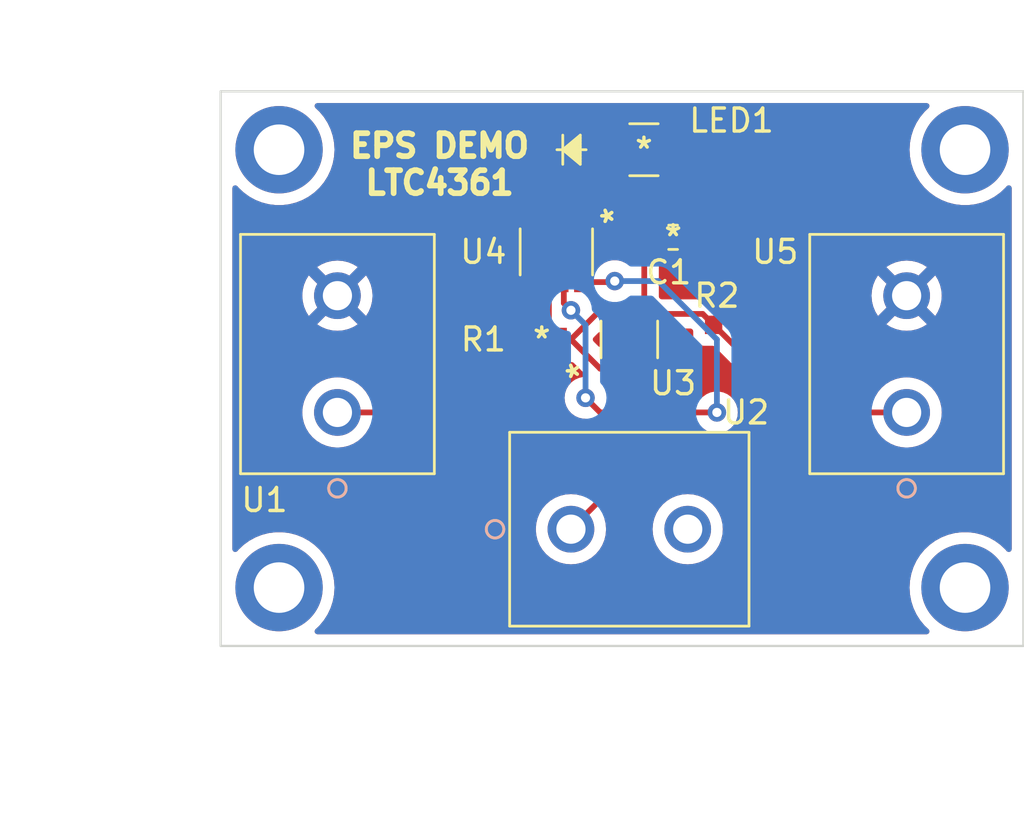
<source format=kicad_pcb>
(kicad_pcb (version 20211014) (generator pcbnew)
  (layers (0 "F.Cu" signal) (31 "B.Cu" signal) (34 "B.Paste" user) (35 "F.Paste" user) (36 "B.SilkS" user "B.Silkscreen") (37 "F.SilkS" user "F.Silkscreen") (38 "B.Mask" user) (39 "F.Mask" user) (44 "Edge.Cuts" user))
  (net 0 "")
  (net 1 "GND")
  (net 2 "Net-(C1-Pad2)")
  (net 3 "Net-(LED1-Pad2)")
  (net 4 "VCC")
  (net 5 "Net-(R1-Pad2)")
  (net 6 "Net-(U2-Pad1)")
  (net 8 "Net-(U3-Pad3)")
  (footprint "MountingHole:MountingHole_2.2mm_M2_DIN965_Pad" (layer "F.Cu") (at 112.395 84.455)
    (fp_text reference "REF**" hide)
    (fp_text value "MountingHole_2.2mm_M2_DIN965_Pad" hide)
    (pad "1" thru_hole circle (at 0 0) (size 3.8 3.8) (drill 2.2) (layers *.Cu *.Mask))
  )
  (footprint "MountingHole:MountingHole_2.2mm_M2_DIN965_Pad" (layer "F.Cu") (at 142.24 103.505)
    (fp_text reference "REF**" hide)
    (fp_text value "MountingHole_2.2mm_M2_DIN965_Pad" hide)
    (pad "1" thru_hole circle (at 0 0) (size 3.8 3.8) (drill 2.2) (layers *.Cu *.Mask))
  )
  (footprint "myfootprints:SI1470DH-T1-E3" (layer "F.Cu") (at 127.635 92.71 90)
    (fp_text reference "U3" (at -1.905 1.905 180) (layer "F.SilkS"))
    (fp_text value "SI1470DH-T1-E3" hide)
    (fp_text user "*" (at -1.36525 -2.1486 90) (layer "F.SilkS"))
    (fp_text user "*" (at -1.36525 -2.1486 90) (layer "F.SilkS"))
    (fp_line (start 0.8001 -1.2319) (end -0.8001 -1.2319) (layer "F.SilkS") (width 0.12))
    (fp_line (start -0.8001 1.2319) (end 0.8001 1.2319) (layer "F.SilkS") (width 0.12))
    (pad "1" smd rect (at -1.11125 -0.649999 90) (size 0.8763 0.3556) (layers "F.Cu" "F.Paste" "F.Mask") (net 5 "Net-(R1-Pad2)"))
    (pad "2" smd rect (at -1.11125 0 90) (size 0.8763 0.3556) (layers "F.Cu" "F.Paste" "F.Mask") (net 5 "Net-(R1-Pad2)"))
    (pad "3" smd rect (at -1.11125 0.649999 90) (size 0.8763 0.3556) (layers "F.Cu" "F.Paste" "F.Mask") (net 8 "Net-(U3-Pad3)"))
    (pad "4" smd rect (at 1.11125 0.649999 90) (size 0.8763 0.3556) (layers "F.Cu" "F.Paste" "F.Mask") (net 2 "Net-(C1-Pad2)"))
    (pad "5" smd rect (at 1.11125 0 90) (size 0.8763 0.3556) (layers "F.Cu" "F.Paste" "F.Mask") (net 5 "Net-(R1-Pad2)"))
    (pad "6" smd rect (at 1.11125 -0.649999 90) (size 0.8763 0.3556) (layers "F.Cu" "F.Paste" "F.Mask") (net 5 "Net-(R1-Pad2)"))
  )
  (footprint "myfootprints:282837-2" (layer "F.Cu") (at 139.7 95.885 90)
    (fp_text reference "U5" (at 6.985 -5.715 180) (layer "F.SilkS"))
    (fp_text value "282837-2" hide)
    (fp_text user "*" (at 0 0 90) (layer "F.SilkS"))
    (fp_circle (center -3.302 0) (end -2.921 0) (layer "B.SilkS") (width 0.12) (fill none))
    (fp_line (start 7.747 4.2164) (end 7.747 -4.2164) (layer "F.SilkS") (width 0.12))
    (fp_line (start -2.667 4.2164) (end 7.747 4.2164) (layer "F.SilkS") (width 0.12))
    (fp_line (start 7.747 -4.2164) (end -2.667 -4.2164) (layer "F.SilkS") (width 0.12))
    (fp_line (start -2.667 -4.2164) (end -2.667 4.2164) (layer "F.SilkS") (width 0.12))
    (fp_circle (center -3.302 0) (end -2.921 0) (layer "F.SilkS") (width 0.12) (fill none))
    (pad "1" thru_hole circle (at 0 0 90) (size 2.032 2.032) (drill 1.27) (layers *.Cu *.Mask) (net 2 "Net-(C1-Pad2)"))
    (pad "2" thru_hole circle (at 5.08 0 90) (size 2.032 2.032) (drill 1.27) (layers *.Cu *.Mask) (net 1 "GND"))
  )
  (footprint "myfootprints:WSL0603R0510FEA" (layer "F.Cu") (at 123.825 92.71)
    (fp_text reference "R1" (at -2.54 0) (layer "F.SilkS"))
    (fp_text value "0.025" hide)
    (fp_text user "*" (at 0 0) (layer "F.SilkS"))
    (pad "1" smd rect (at -0.6731 0) (size 0.8382 1.016) (layers "F.Cu" "F.Paste" "F.Mask") (net 4 "VCC"))
    (pad "2" smd rect (at 0.6731 0) (size 0.8382 1.016) (layers "F.Cu" "F.Paste" "F.Mask") (net 5 "Net-(R1-Pad2)"))
  )
  (footprint "myfootprints:CL10A106MP8NNNC" (layer "F.Cu") (at 129.54 88.265 180)
    (fp_text reference "C1" (at 0.19245 -1.524) (layer "F.SilkS"))
    (fp_text value "CL10A106MP8NNNC" hide)
    (fp_text user "*" (at 0 0) (layer "F.SilkS"))
    (fp_line (start 0.19245 -0.527) (end -0.19245 -0.527) (layer "F.SilkS") (width 0.12))
    (fp_line (start -0.19245 0.527) (end 0.19245 0.527) (layer "F.SilkS") (width 0.12))
    (pad "1" smd rect (at -0.8278 0 180) (size 0.6556 0.8) (layers "F.Cu" "F.Paste" "F.Mask") (net 1 "GND"))
    (pad "2" smd rect (at 0.8278 0 180) (size 0.6556 0.8) (layers "F.Cu" "F.Paste" "F.Mask") (net 2 "Net-(C1-Pad2)"))
  )
  (footprint "myfootprints:282837-2" (layer "F.Cu") (at 114.935 95.885 90)
    (fp_text reference "U1" (at -3.81 -3.175 180) (layer "F.SilkS"))
    (fp_text value "282837-2" hide)
    (fp_text user "*" (at 0 0 90) (layer "F.SilkS"))
    (fp_circle (center -3.302 0) (end -2.921 0) (layer "B.SilkS") (width 0.12) (fill none))
    (fp_line (start -2.667 4.2164) (end 7.747 4.2164) (layer "F.SilkS") (width 0.12))
    (fp_line (start 7.747 4.2164) (end 7.747 -4.2164) (layer "F.SilkS") (width 0.12))
    (fp_line (start -2.667 -4.2164) (end -2.667 4.2164) (layer "F.SilkS") (width 0.12))
    (fp_line (start 7.747 -4.2164) (end -2.667 -4.2164) (layer "F.SilkS") (width 0.12))
    (fp_circle (center -3.302 0) (end -2.921 0) (layer "F.SilkS") (width 0.12) (fill none))
    (pad "1" thru_hole circle (at 0 0 90) (size 2.032 2.032) (drill 1.27) (layers *.Cu *.Mask) (net 4 "VCC"))
    (pad "2" thru_hole circle (at 5.08 0 90) (size 2.032 2.032) (drill 1.27) (layers *.Cu *.Mask) (net 1 "GND"))
  )
  (footprint "myfootprints:597-3301-507F" (layer "F.Cu") (at 128.27 84.455)
    (fp_text reference "LED1" (at 3.81 -1.27) (layer "F.SilkS"))
    (fp_text value "597-3301-507F" hide)
    (fp_text user "*" (at 0 0) (layer "F.SilkS"))
    (fp_line (start -3.5306 -0.635) (end -3.5306 0.635) (layer "F.SilkS") (width 0.12))
    (fp_line (start -0.619403 1.1303) (end 0.619403 1.1303) (layer "F.SilkS") (width 0.12))
    (fp_line (start -2.7686 -0.635) (end -2.7686 0.635) (layer "F.SilkS") (width 0.12))
    (fp_line (start -2.5146 0) (end -3.7846 0) (layer "F.SilkS") (width 0.12))
    (fp_line (start -3.5306 0) (end -2.7686 0.635) (layer "F.SilkS") (width 0.12))
    (fp_line (start -3.5306 0) (end -2.7686 0.381) (layer "F.SilkS") (width 0.12))
    (fp_line (start -3.5306 0) (end -2.7686 -0.381) (layer "F.SilkS") (width 0.12))
    (fp_line (start -3.5306 0) (end -2.7686 0.508) (layer "F.SilkS") (width 0.12))
    (fp_line (start -3.5306 0) (end -2.7686 0.127) (layer "F.SilkS") (width 0.12))
    (fp_line (start -3.5306 0) (end -2.7686 -0.127) (layer "F.SilkS") (width 0.12))
    (fp_line (start -3.5306 0) (end -2.7686 -0.254) (layer "F.SilkS") (width 0.12))
    (fp_line (start -3.5306 0) (end -2.7686 0.254) (layer "F.SilkS") (width 0.12))
    (fp_line (start -3.5306 0) (end -2.7686 -0.508) (layer "F.SilkS") (width 0.12))
    (fp_line (start -3.5306 0) (end -2.7686 -0.635) (layer "F.SilkS") (width 0.12))
    (fp_line (start 0.619403 -1.1303) (end -0.619403 -1.1303) (layer "F.SilkS") (width 0.12))
    (pad "1" smd rect (at -1.14935 0) (size 0.6985 1.7018) (layers "F.Cu" "F.Paste" "F.Mask") (net 1 "GND"))
    (pad "2" smd rect (at 1.14935 0) (size 0.6985 1.7018) (layers "F.Cu" "F.Paste" "F.Mask") (net 3 "Net-(LED1-Pad2)"))
  )
  (footprint "MountingHole:MountingHole_2.2mm_M2_DIN965_Pad" (layer "F.Cu") (at 112.395 103.505)
    (fp_text reference "REF**" hide)
    (fp_text value "MountingHole_2.2mm_M2_DIN965_Pad" hide)
    (pad "1" thru_hole circle (at 0 0) (size 3.8 3.8) (drill 2.2) (layers *.Cu *.Mask))
  )
  (footprint "myfootprints:CRCW0603510RJNEA" (layer "F.Cu") (at 132.08 92.075)
    (fp_text reference "R2" (at -0.635 -1.27) (layer "F.SilkS"))
    (fp_text value "CRCW0603510RJNEA" hide)
    (pad "1" smd rect (at -0.777799 0) (size 0.755599 0.799998) (layers "F.Cu" "F.Paste" "F.Mask") (net 2 "Net-(C1-Pad2)"))
    (pad "2" smd rect (at 0.777799 0) (size 0.755599 0.799998) (layers "F.Cu" "F.Paste" "F.Mask") (net 3 "Net-(LED1-Pad2)"))
  )
  (footprint "myfootprints:282837-2" (layer "F.Cu") (at 125.095 100.965)
    (fp_text reference "U2" (at 7.62 -5.08) (layer "F.SilkS"))
    (fp_text value "282837-2" hide)
    (fp_text user "*" (at 0 0) (layer "F.SilkS"))
    (fp_circle (center -3.302 0) (end -2.921 0) (layer "B.SilkS") (width 0.12) (fill none))
    (fp_line (start -2.667 4.2164) (end 7.747 4.2164) (layer "F.SilkS") (width 0.12))
    (fp_line (start 7.747 -4.2164) (end -2.667 -4.2164) (layer "F.SilkS") (width 0.12))
    (fp_line (start 7.747 4.2164) (end 7.747 -4.2164) (layer "F.SilkS") (width 0.12))
    (fp_line (start -2.667 -4.2164) (end -2.667 4.2164) (layer "F.SilkS") (width 0.12))
    (fp_circle (center -3.302 0) (end -2.921 0) (layer "F.SilkS") (width 0.12) (fill none))
    (pad "1" thru_hole circle (at 0 0) (size 2.032 2.032) (drill 1.27) (layers *.Cu *.Mask) (net 6 "Net-(U2-Pad1)"))
    (pad "2" thru_hole circle (at 5.08 0) (size 2.032 2.032) (drill 1.27) (layers *.Cu *.Mask))
  )
  (footprint "myfootprints:LTC4361HTS8-2-TRMPBF" (layer "F.Cu") (at 124.46 88.9 -90)
    (fp_text reference "U4" (at 0 3.175 180) (layer "F.SilkS"))
    (fp_text value "LTC4361HTS8-2-TRMPBF" hide)
    (fp_text user "*" (at -1.56845 -2.5244 90) (layer "F.SilkS"))
    (fp_text user "*" (at -1.56845 -2.5244 90) (layer "F.SilkS"))
    (fp_line (start 1.0033 -1.5748) (end -1.0033 -1.5748) (layer "F.SilkS") (width 0.12))
    (fp_line (start -1.0033 1.5748) (end 1.0033 1.5748) (layer "F.SilkS") (width 0.12))
    (pad "1" smd rect (at -1.31445 -0.974999 270) (size 0.8763 0.4064) (layers "F.Cu" "F.Paste" "F.Mask"))
    (pad "2" smd rect (at -1.31445 -0.325001 270) (size 0.8763 0.4064) (layers "F.Cu" "F.Paste" "F.Mask") (net 2 "Net-(C1-Pad2)"))
    (pad "3" smd rect (at -1.31445 0.325001 270) (size 0.8763 0.4064) (layers "F.Cu" "F.Paste" "F.Mask"))
    (pad "4" smd rect (at -1.31445 0.974999 270) (size 0.8763 0.4064) (layers "F.Cu" "F.Paste" "F.Mask") (net 1 "GND"))
    (pad "5" smd rect (at 1.31445 0.974999 270) (size 0.8763 0.4064) (layers "F.Cu" "F.Paste" "F.Mask") (net 4 "VCC"))
    (pad "6" smd rect (at 1.31445 0.325001 270) (size 0.8763 0.4064) (layers "F.Cu" "F.Paste" "F.Mask") (net 5 "Net-(R1-Pad2)"))
    (pad "7" smd rect (at 1.31445 -0.325001 270) (size 0.8763 0.4064) (layers "F.Cu" "F.Paste" "F.Mask") (net 8 "Net-(U3-Pad3)"))
    (pad "8" smd rect (at 1.31445 -0.974999 270) (size 0.8763 0.4064) (layers "F.Cu" "F.Paste" "F.Mask") (net 6 "Net-(U2-Pad1)"))
  )
  (footprint "MountingHole:MountingHole_2.2mm_M2_DIN965_Pad" (layer "F.Cu") (at 142.24 84.455)
    (fp_text reference "REF**" hide)
    (fp_text value "MountingHole_2.2mm_M2_DIN965_Pad" hide)
    (pad "1" thru_hole circle (at 0 0) (size 3.8 3.8) (drill 2.2) (layers *.Cu *.Mask))
  )
  (gr_rect (start 109.855 81.915) (end 144.78 106.045) (layer "Edge.Cuts") (width 0.1) (fill none))
  (gr_text "EPS DEMO\nLTC4361" (at 119.38 85.09) (layer "F.SilkS") (effects (font (size 1 1) (thickness 0.25))))
  (segment (start 124.785001 86.8974) (end 125.322401 86.36) (width 0.25) (layer "F.Cu") (net 2))
  (segment (start 127.635 86.36) (end 128.7122 87.4372) (width 0.25) (layer "F.Cu") (net 2))
  (segment (start 130.825951 91.59875) (end 131.302201 92.075) (width 0.25) (layer "F.Cu") (net 2))
  (segment (start 128.7122 87.4372) (end 128.7122 88.265) (width 0.25) (layer "F.Cu") (net 2))
  (segment (start 125.322401 86.36) (end 127.635 86.36) (width 0.25) (layer "F.Cu") (net 2))
  (segment (start 124.785001 87.58555) (end 124.785001 86.8974) (width 0.25) (layer "F.Cu") (net 2))
  (segment (start 128.284999 91.59875) (end 128.284999 88.692201) (width 0.25) (layer "F.Cu") (net 2))
  (segment (start 128.284999 88.692201) (end 128.7122 88.265) (width 0.25) (layer "F.Cu") (net 2))
  (segment (start 128.284999 91.59875) (end 130.825951 91.59875) (width 0.25) (layer "F.Cu") (net 2))
  (segment (start 135.112201 95.885) (end 139.7 95.885) (width 0.25) (layer "F.Cu") (net 2))
  (segment (start 131.302201 92.075) (end 135.112201 95.885) (width 0.25) (layer "F.Cu") (net 2))
  (segment (start 132.08 84.455) (end 132.857799 85.232799) (width 0.25) (layer "F.Cu") (net 3))
  (segment (start 132.857799 85.232799) (end 132.857799 92.075) (width 0.25) (layer "F.Cu") (net 3))
  (segment (start 129.41935 84.455) (end 132.08 84.455) (width 0.25) (layer "F.Cu") (net 3))
  (segment (start 114.935 95.885) (end 120.015 95.885) (width 0.25) (layer "F.Cu") (net 4))
  (segment (start 123.485001 92.376899) (end 123.1519 92.71) (width 0.25) (layer "F.Cu") (net 4))
  (segment (start 123.485001 90.21445) (end 123.485001 92.376899) (width 0.25) (layer "F.Cu") (net 4))
  (segment (start 123.1519 92.7481) (end 123.1519 92.71) (width 0.25) (layer "F.Cu") (net 4))
  (segment (start 120.015 95.885) (end 123.1519 92.7481) (width 0.25) (layer "F.Cu") (net 4))
  (segment (start 127 93.836249) (end 126.985001 93.82125) (width 0.25) (layer "F.Cu") (net 5))
  (segment (start 124.4981 92.71) (end 125.095 92.71) (width 0.25) (layer "F.Cu") (net 5))
  (segment (start 127 91.583751) (end 126.985001 91.59875) (width 0.25) (layer "F.Cu") (net 5))
  (segment (start 127 93.98) (end 127 93.836249) (width 0.25) (layer "F.Cu") (net 5))
  (segment (start 125.095 92.71) (end 126.365 91.44) (width 0.25) (layer "F.Cu") (net 5))
  (segment (start 127.635 93.82125) (end 126.985001 93.82125) (width 0.25) (layer "F.Cu") (net 5))
  (segment (start 126.985001 91.59875) (end 127.635 91.59875) (width 0.25) (layer "F.Cu") (net 5))
  (segment (start 124.134999 90.21445) (end 124.134999 92.346899) (width 0.25) (layer "F.Cu") (net 5))
  (segment (start 127 91.44) (end 127 91.583751) (width 0.25) (layer "F.Cu") (net 5))
  (segment (start 126.365 93.98) (end 127 93.98) (width 0.25) (layer "F.Cu") (net 5))
  (segment (start 126.365 91.44) (end 127 91.44) (width 0.25) (layer "F.Cu") (net 5))
  (segment (start 125.095 92.71) (end 126.365 93.98) (width 0.25) (layer "F.Cu") (net 5))
  (segment (start 124.134999 92.346899) (end 124.4981 92.71) (width 0.25) (layer "F.Cu") (net 5))
  (segment (start 125.434999 90.21445) (end 126.95555 90.21445) (width 0.25) (layer "F.Cu") (net 6))
  (segment (start 130.175 95.885) (end 125.095 100.965) (width 0.25) (layer "F.Cu") (net 6))
  (segment (start 131.445 95.885) (end 130.175 95.885) (width 0.25) (layer "F.Cu") (net 6))
  (segment (start 126.95555 90.21445) (end 127 90.17) (width 0.25) (layer "F.Cu") (net 6))
  (via (at 127 90.17) (size 0.8) (drill 0.4) (layers "F.Cu" "B.Cu") (net 6))
  (via (at 131.445 95.885) (size 0.8) (drill 0.4) (layers "F.Cu" "B.Cu") (net 6))
  (segment (start 127 90.17) (end 128.905 90.17) (width 0.25) (layer "B.Cu") (net 6))
  (segment (start 128.905 90.17) (end 131.445 92.71) (width 0.25) (layer "B.Cu") (net 6))
  (segment (start 131.445 92.71) (end 131.445 95.885) (width 0.25) (layer "B.Cu") (net 6))
  (segment (start 127.635 95.885) (end 128.284999 95.235001) (width 0.25) (layer "F.Cu") (net 8))
  (segment (start 124.785001 90.21445) (end 124.785001 91.130001) (width 0.25) (layer "F.Cu") (net 8))
  (segment (start 125.73 95.25) (end 126.365 95.885) (width 0.25) (layer "F.Cu") (net 8))
  (segment (start 126.365 95.885) (end 127.635 95.885) (width 0.25) (layer "F.Cu") (net 8))
  (segment (start 128.284999 95.235001) (end 128.284999 93.82125) (width 0.25) (layer "F.Cu") (net 8))
  (segment (start 124.785001 91.130001) (end 125.095 91.44) (width 0.25) (layer "F.Cu") (net 8))
  (via (at 125.73 95.25) (size 0.8) (drill 0.4) (layers "F.Cu" "B.Cu") (net 8))
  (via (at 125.095 91.44) (size 0.8) (drill 0.4) (layers "F.Cu" "B.Cu") (net 8))
  (segment (start 125.73 92.075) (end 125.73 95.25) (width 0.25) (layer "B.Cu") (net 8))
  (segment (start 125.095 91.44) (end 125.73 92.075) (width 0.25) (layer "B.Cu") (net 8))
  (zone (net 1) (net_name "GND") (layer "F.Cu") (connect_pads (clearance 0.508)) (min_thickness 0.254) (fill yes (thermal_gap 0.508) (thermal_bridge_width 0.508))
    (polygon (pts (xy 144.78 106.045) (xy 109.855 106.045) (xy 109.855 81.915) (xy 144.78 81.915)))
  )
  (zone (net 1) (net_name "GND") (layer "B.Cu") (connect_pads (clearance 0.508)) (min_thickness 0.254) (fill yes (thermal_gap 0.508) (thermal_bridge_width 0.508))
    (polygon (pts (xy 144.78 106.045) (xy 109.855 106.045) (xy 109.855 81.915) (xy 144.78 81.915)))
  )
)
</source>
